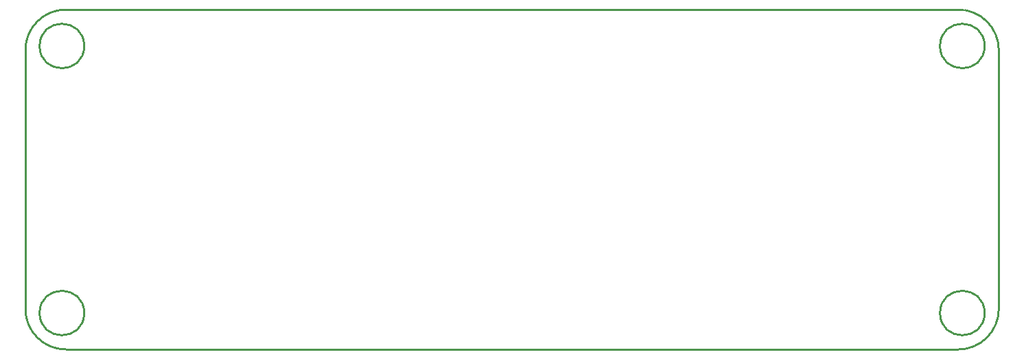
<source format=gbr>
%TF.GenerationSoftware,KiCad,Pcbnew,(6.0.4)*%
%TF.CreationDate,2022-05-04T20:00:02+02:00*%
%TF.ProjectId,TutelPad,54757465-6c50-4616-942e-6b696361645f,rev1.0*%
%TF.SameCoordinates,Original*%
%TF.FileFunction,Profile,NP*%
%FSLAX46Y46*%
G04 Gerber Fmt 4.6, Leading zero omitted, Abs format (unit mm)*
G04 Created by KiCad (PCBNEW (6.0.4)) date 2022-05-04 20:00:02*
%MOMM*%
%LPD*%
G01*
G04 APERTURE LIST*
%TA.AperFunction,Profile*%
%ADD10C,0.250000*%
%TD*%
G04 APERTURE END LIST*
D10*
X98598750Y-79243440D02*
G75*
G03*
X93598750Y-84243439I0J-5000000D01*
G01*
X208598750Y-79243439D02*
X98598750Y-79243439D01*
X98598750Y-121243439D02*
X208598750Y-121243439D01*
X208598750Y-121243350D02*
G75*
G03*
X213598750Y-116243439I50J4999950D01*
G01*
X213598761Y-84243439D02*
G75*
G03*
X208598750Y-79243439I-4999961J39D01*
G01*
X100848750Y-116743439D02*
G75*
G03*
X100848750Y-116743439I-2750000J0D01*
G01*
X211848750Y-83743439D02*
G75*
G03*
X211848750Y-83743439I-2750000J0D01*
G01*
X211848750Y-116743439D02*
G75*
G03*
X211848750Y-116743439I-2750000J0D01*
G01*
X93598661Y-116243439D02*
G75*
G03*
X98598750Y-121243439I5000039J39D01*
G01*
X93598750Y-84243439D02*
X93598750Y-116243439D01*
X100848750Y-83743439D02*
G75*
G03*
X100848750Y-83743439I-2750000J0D01*
G01*
X213598750Y-116243439D02*
X213598750Y-84243439D01*
M02*

</source>
